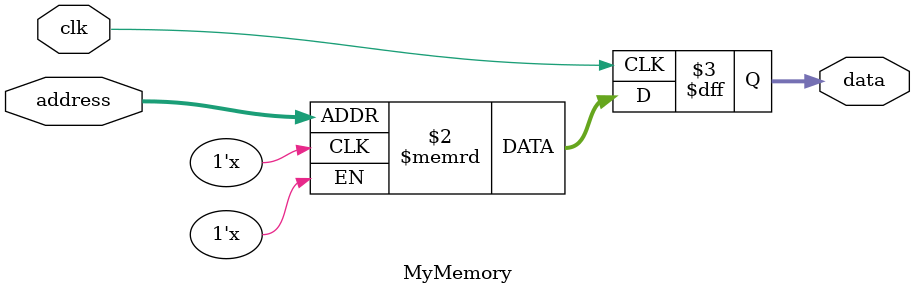
<source format=sv>
module MyMemory(
    input bit clk,        
    input bit [31:0] address, 
    output bit [31:0] data 
);
	 // Considering a 16 bit range
    reg [31:0] memory_array [-32768:32767];

    always @(posedge clk) begin
        data <= memory_array[address];
    end

endmodule

</source>
